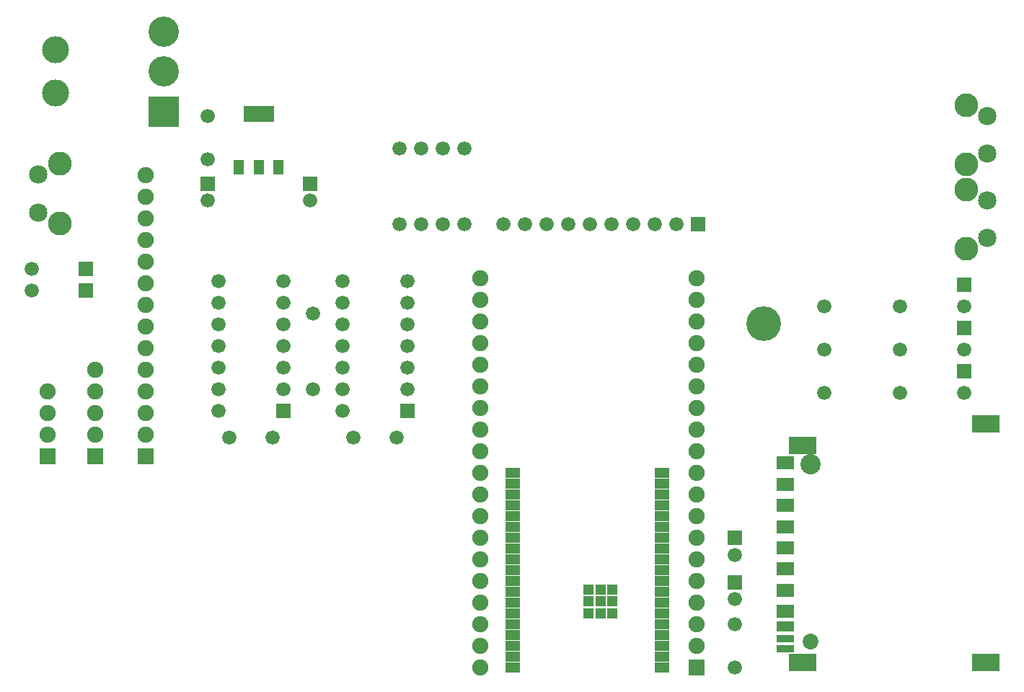
<source format=gts>
G04*
G04 Format:               Gerber RS-274X*
G04 Export Settings:      OSH Park*
G04 Layer:                TopSolderMask*
G04 This File Name:       576NUC_FujiNet_V1.6.gts*
G04 Source File Name:     576NUC_FujiNet_V1.6.rrb*
G04 Unique ID:            d1145678-c053-40f8-9390-8959fa1d921f*
G04 Generated Date:       Saturday, 09 October 2021 17:44:57*
G04*
G04 Created Using:        Robot Room Copper Connection v3.0.5875*
G04 Software Contact:     http://www.robotroom.com/CopperConnection/Support.aspx*
G04 License Number:       2194*
G04*
G04 Zero Suppression:     Leading*
G04 Number Precision:     2.4*
G04*
G04 Polarity:             Negative. Dark is solderable. Clear space is coating.*
G04*
%FSLAX24Y24*%
%MOIN*%
%LNTopSolderMask*%
%ADD10C,.066*%
%ADD11C,.073*%
%ADD12C,.075*%
%ADD13C,.085*%
%ADD14C,.094*%
%ADD15C,.11*%
%ADD16C,.125*%
%ADD17C,.14*%
%ADD18C,.16*%
%ADD19R,.006X.006*%
%ADD20R,.066X.066*%
%ADD21R,.075X.075*%
%ADD22R,.14X.14*%
%ADD23R,.045X.045*%
%ADD24R,.05X.07*%
%ADD25R,.069X.045*%
%ADD26R,.08X.037*%
%ADD27R,.08X.05*%
%ADD28R,.08X.06*%
%ADD29R,.13X.08*%
%ADD30R,.14X.075*%
D10*
G01X15620Y11290D03*
X43850Y13360D03*
Y15360D03*
X12380Y13530D03*
X43850Y17360D03*
X12380Y14530D03*
Y15530D03*
Y16530D03*
Y17530D03*
Y18530D03*
X9380D03*
Y17530D03*
Y16530D03*
Y15530D03*
Y14530D03*
Y13530D03*
Y12530D03*
X18120Y13530D03*
Y14530D03*
Y15530D03*
Y16530D03*
Y17530D03*
Y18530D03*
X15120D03*
Y17530D03*
Y16530D03*
Y15530D03*
Y14530D03*
Y13530D03*
Y12530D03*
X750Y18100D03*
X33250Y660D03*
Y2660D03*
X8880Y22240D03*
X750Y19100D03*
X13620Y22240D03*
X17620Y11290D03*
X9880D03*
X11880D03*
X8880Y24160D03*
Y26160D03*
X18750Y24660D03*
X17750D03*
Y21160D03*
X18750D03*
X19750D03*
Y24660D03*
X20750D03*
Y21160D03*
X40900Y17360D03*
X37400D03*
X40900Y15360D03*
X37400D03*
X40900Y13360D03*
X37400D03*
X30560Y21160D03*
X33250Y5870D03*
X13750Y13530D03*
Y17030D03*
X29560Y21160D03*
X28560D03*
X27560D03*
X33250Y3810D03*
X26560Y21160D03*
X25560D03*
X24560D03*
X23560D03*
X22560D03*
D11*
X36750Y1860D03*
D12*
X31500Y6660D03*
Y5660D03*
Y4660D03*
Y3660D03*
Y2660D03*
X3700Y11410D03*
X6030Y16430D03*
Y15430D03*
Y14430D03*
Y13430D03*
Y12430D03*
Y11430D03*
Y17430D03*
Y18430D03*
Y19430D03*
Y20430D03*
Y21430D03*
Y22430D03*
Y23430D03*
X31500Y1660D03*
Y7660D03*
Y8660D03*
Y9660D03*
Y10660D03*
Y11660D03*
Y12660D03*
Y13660D03*
X21500Y660D03*
X31500Y14660D03*
Y15660D03*
Y16660D03*
Y17660D03*
Y18660D03*
X21500Y1660D03*
Y2660D03*
Y3660D03*
Y4660D03*
Y5660D03*
Y6660D03*
Y7660D03*
Y8660D03*
Y9660D03*
Y10660D03*
Y11660D03*
Y12660D03*
Y13660D03*
Y14660D03*
X3700Y12410D03*
Y13410D03*
Y14410D03*
X21500Y15660D03*
Y16660D03*
Y17660D03*
Y18660D03*
X1500Y11410D03*
Y12410D03*
Y13410D03*
D13*
X1070Y23460D03*
Y21700D03*
X44930Y24410D03*
Y26170D03*
Y20510D03*
Y22270D03*
D14*
X36750Y10060D03*
D15*
X2050Y23960D03*
Y21200D03*
X43950Y23910D03*
Y26670D03*
Y20010D03*
Y22770D03*
D16*
X1850Y29210D03*
Y27210D03*
D17*
X6850Y30060D03*
Y28210D03*
D18*
X34600Y16560D03*
D20*
X31560Y21160D03*
X43850Y14360D03*
X12380Y12530D03*
X43850Y16360D03*
Y18360D03*
X18120Y12530D03*
X3250Y18100D03*
X8880Y23030D03*
X3250Y19100D03*
X13620Y23030D03*
X33250Y6660D03*
Y4600D03*
D21*
X3700Y10410D03*
X6030Y10430D03*
X31500Y660D03*
X1500Y10410D03*
D22*
X6850Y26360D03*
D23*
X27050Y3710D03*
Y3160D03*
Y4260D03*
X26500Y3710D03*
Y3160D03*
Y4260D03*
X27600Y3710D03*
Y3160D03*
Y4260D03*
D24*
X11250Y23790D03*
X12160D03*
X10340D03*
D25*
X23000Y660D03*
Y1160D03*
Y1660D03*
Y2160D03*
Y2660D03*
Y3160D03*
Y3660D03*
Y4160D03*
Y4660D03*
Y5160D03*
Y5660D03*
Y6160D03*
Y6660D03*
Y7160D03*
Y7660D03*
Y8160D03*
Y8660D03*
Y9160D03*
Y9660D03*
X29900Y660D03*
Y1160D03*
Y1660D03*
Y2160D03*
Y2660D03*
Y3160D03*
Y3660D03*
Y4160D03*
Y4660D03*
Y5160D03*
Y5660D03*
Y6160D03*
Y6660D03*
Y7160D03*
Y7660D03*
Y8160D03*
Y8660D03*
Y9160D03*
Y9660D03*
D26*
X35600Y2000D03*
Y1520D03*
D27*
X35600Y2570D03*
D28*
X35600Y3250D03*
Y4230D03*
Y5210D03*
Y6190D03*
Y7170D03*
Y8150D03*
Y9130D03*
Y10110D03*
D29*
X44870Y11920D03*
Y880D03*
X36400Y10920D03*
Y880D03*
D30*
X11250Y26270D03*
M02*

</source>
